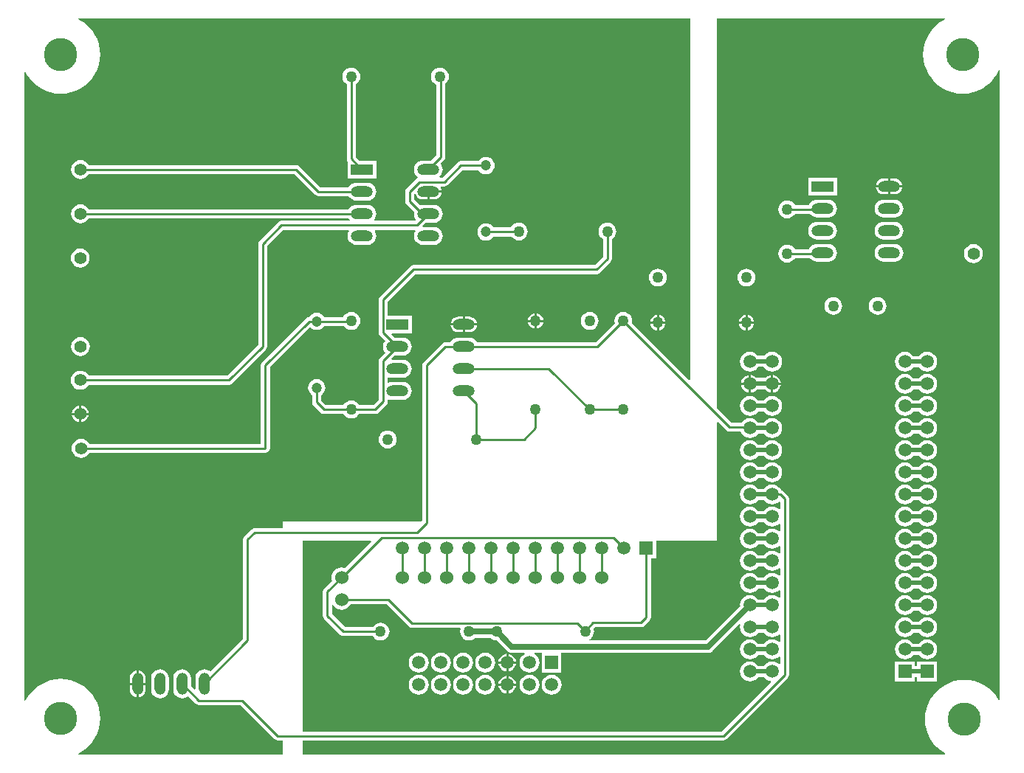
<source format=gtl>
G04*
G04 #@! TF.GenerationSoftware,Altium Limited,Altium Designer,18.0.9 (584)*
G04*
G04 Layer_Physical_Order=1*
G04 Layer_Color=255*
%FSLAX25Y25*%
%MOIN*%
G70*
G01*
G75*
%ADD10C,0.01000*%
%ADD12C,0.02000*%
%ADD26C,0.02500*%
%ADD27C,0.05000*%
%ADD28C,0.05906*%
%ADD29R,0.05906X0.05906*%
%ADD30C,0.06000*%
%ADD31R,0.05906X0.05906*%
%ADD32C,0.15000*%
%ADD33R,0.10000X0.05000*%
%ADD34O,0.10000X0.05000*%
%ADD35C,0.04724*%
%ADD36C,0.05500*%
%ADD37O,0.05000X0.10000*%
G36*
X305758Y174579D02*
X305296Y174388D01*
X279501Y200183D01*
X279634Y201200D01*
X279497Y202244D01*
X279094Y203217D01*
X278453Y204053D01*
X277617Y204694D01*
X276644Y205097D01*
X275600Y205235D01*
X274556Y205097D01*
X273583Y204694D01*
X272747Y204053D01*
X272106Y203217D01*
X271703Y202244D01*
X271566Y201200D01*
X271699Y200183D01*
X263155Y191639D01*
X209577D01*
X208953Y192453D01*
X208117Y193094D01*
X207144Y193497D01*
X206100Y193634D01*
X201100D01*
X200056Y193497D01*
X199083Y193094D01*
X198247Y192453D01*
X197623Y191639D01*
X195200D01*
X194420Y191484D01*
X193758Y191042D01*
X185358Y182642D01*
X184916Y181980D01*
X184761Y181200D01*
Y110845D01*
X184316Y110400D01*
X122000D01*
Y107639D01*
X109200D01*
X109200Y107639D01*
X108420Y107484D01*
X107758Y107042D01*
X104558Y103842D01*
X104116Y103180D01*
X103961Y102400D01*
Y57645D01*
X89036Y42720D01*
X88417Y43194D01*
X87444Y43597D01*
X86400Y43734D01*
X85356Y43597D01*
X84383Y43194D01*
X83547Y42553D01*
X82906Y41717D01*
X82503Y40744D01*
X82366Y39700D01*
Y34826D01*
X81923Y34561D01*
X80435Y36049D01*
Y39700D01*
X80297Y40744D01*
X79894Y41717D01*
X79253Y42553D01*
X78417Y43194D01*
X77444Y43597D01*
X76400Y43734D01*
X75356Y43597D01*
X74383Y43194D01*
X73547Y42553D01*
X72906Y41717D01*
X72503Y40744D01*
X72365Y39700D01*
Y34700D01*
X72503Y33656D01*
X72906Y32683D01*
X73547Y31847D01*
X74383Y31206D01*
X75356Y30803D01*
X76400Y30665D01*
X77444Y30803D01*
X78417Y31206D01*
X79036Y31681D01*
X82558Y28158D01*
X83220Y27716D01*
X84000Y27561D01*
X102755D01*
X118158Y12158D01*
X118820Y11716D01*
X119600Y11561D01*
X122000D01*
Y5200D01*
X29573D01*
X29459Y5687D01*
X30493Y6197D01*
X32427Y7489D01*
X34177Y9023D01*
X35711Y10773D01*
X37003Y12707D01*
X38032Y14794D01*
X38780Y16997D01*
X39234Y19278D01*
X39386Y21600D01*
X39234Y23922D01*
X38780Y26203D01*
X38032Y28407D01*
X37003Y30493D01*
X35711Y32427D01*
X34177Y34177D01*
X32427Y35711D01*
X30493Y37003D01*
X28407Y38032D01*
X26203Y38780D01*
X23922Y39234D01*
X21600Y39386D01*
X19278Y39234D01*
X16997Y38780D01*
X14794Y38032D01*
X12707Y37003D01*
X10773Y35711D01*
X9023Y34177D01*
X7489Y32427D01*
X6197Y30493D01*
X5687Y29459D01*
X5200Y29573D01*
Y313627D01*
X5687Y313741D01*
X6197Y312707D01*
X7489Y310772D01*
X9023Y309023D01*
X10773Y307489D01*
X12707Y306197D01*
X14794Y305168D01*
X16997Y304420D01*
X19278Y303966D01*
X21600Y303814D01*
X23922Y303966D01*
X26203Y304420D01*
X28407Y305168D01*
X30493Y306197D01*
X32427Y307489D01*
X34177Y309023D01*
X35711Y310772D01*
X37003Y312707D01*
X38032Y314794D01*
X38780Y316997D01*
X39234Y319279D01*
X39386Y321600D01*
X39234Y323921D01*
X38780Y326203D01*
X38032Y328406D01*
X37003Y330493D01*
X35711Y332428D01*
X34177Y334177D01*
X32427Y335711D01*
X30493Y337003D01*
X29459Y337513D01*
X29573Y338000D01*
X305758D01*
Y174579D01*
D02*
G37*
G36*
X420827Y338000D02*
X420941Y337513D01*
X419907Y337003D01*
X417973Y335711D01*
X416223Y334177D01*
X414689Y332428D01*
X413397Y330493D01*
X412368Y328406D01*
X411620Y326203D01*
X411166Y323921D01*
X411014Y321600D01*
X411166Y319279D01*
X411620Y316997D01*
X412368Y314794D01*
X413397Y312707D01*
X414689Y310772D01*
X416223Y309023D01*
X417973Y307489D01*
X419907Y306197D01*
X421993Y305168D01*
X424197Y304420D01*
X426478Y303966D01*
X428800Y303814D01*
X431122Y303966D01*
X433403Y304420D01*
X435606Y305168D01*
X437693Y306197D01*
X439628Y307489D01*
X441377Y309023D01*
X442911Y310772D01*
X444203Y312707D01*
X445100Y314525D01*
X445600Y314409D01*
Y29984D01*
X445113Y29870D01*
X445003Y30093D01*
X443711Y32028D01*
X442177Y33777D01*
X440427Y35311D01*
X438493Y36603D01*
X436407Y37632D01*
X434203Y38380D01*
X431922Y38834D01*
X429600Y38986D01*
X427278Y38834D01*
X424997Y38380D01*
X422793Y37632D01*
X420707Y36603D01*
X418773Y35311D01*
X417023Y33777D01*
X415489Y32028D01*
X414197Y30093D01*
X413168Y28007D01*
X412420Y25803D01*
X411966Y23521D01*
X411814Y21200D01*
X411966Y18879D01*
X412420Y16597D01*
X413168Y14393D01*
X414197Y12307D01*
X415489Y10373D01*
X417023Y8623D01*
X418773Y7089D01*
X420707Y5797D01*
X420930Y5687D01*
X420816Y5200D01*
X130800Y5200D01*
Y11561D01*
X320800Y11561D01*
X321580Y11716D01*
X322242Y12158D01*
X349842Y39758D01*
X349842Y39758D01*
X350284Y40420D01*
X350439Y41200D01*
Y120800D01*
X350284Y121580D01*
X349842Y122242D01*
X347842Y124242D01*
X347180Y124684D01*
X346809Y124758D01*
X346690Y125046D01*
X345976Y125976D01*
X345046Y126690D01*
X343962Y127138D01*
X342800Y127291D01*
X341638Y127138D01*
X340554Y126690D01*
X339624Y125976D01*
X339143Y125349D01*
X336457D01*
X335976Y125976D01*
X335046Y126690D01*
X333962Y127138D01*
X332800Y127291D01*
X331638Y127138D01*
X330554Y126690D01*
X329624Y125976D01*
X328910Y125046D01*
X328462Y123962D01*
X328309Y122800D01*
X328462Y121638D01*
X328910Y120554D01*
X329624Y119624D01*
X330554Y118911D01*
X331638Y118462D01*
X332800Y118309D01*
X333962Y118462D01*
X335046Y118911D01*
X335976Y119624D01*
X336457Y120251D01*
X339143D01*
X339624Y119624D01*
X340554Y118911D01*
X341638Y118462D01*
X342800Y118309D01*
X343962Y118462D01*
X345046Y118911D01*
X345861Y119536D01*
X346246Y119406D01*
X346361Y119313D01*
Y116233D01*
X345861Y116064D01*
X345046Y116690D01*
X343962Y117138D01*
X342800Y117291D01*
X341638Y117138D01*
X340554Y116690D01*
X339624Y115976D01*
X339143Y115349D01*
X336457D01*
X335976Y115976D01*
X335046Y116690D01*
X333962Y117138D01*
X332800Y117291D01*
X331638Y117138D01*
X330554Y116690D01*
X329624Y115976D01*
X328910Y115046D01*
X328462Y113962D01*
X328309Y112800D01*
X328462Y111638D01*
X328910Y110554D01*
X329624Y109624D01*
X330554Y108911D01*
X331638Y108462D01*
X332800Y108309D01*
X333962Y108462D01*
X335046Y108911D01*
X335976Y109624D01*
X336457Y110251D01*
X339143D01*
X339624Y109624D01*
X340554Y108911D01*
X341638Y108462D01*
X342800Y108309D01*
X343962Y108462D01*
X345046Y108911D01*
X345861Y109536D01*
X346361Y109367D01*
Y106233D01*
X345861Y106064D01*
X345046Y106690D01*
X343962Y107138D01*
X342800Y107291D01*
X341638Y107138D01*
X340554Y106690D01*
X339624Y105976D01*
X339143Y105349D01*
X336457D01*
X335976Y105976D01*
X335046Y106690D01*
X333962Y107138D01*
X332800Y107291D01*
X331638Y107138D01*
X330554Y106690D01*
X329624Y105976D01*
X328910Y105046D01*
X328462Y103962D01*
X328309Y102800D01*
X328462Y101638D01*
X328910Y100554D01*
X329624Y99624D01*
X330554Y98910D01*
X331638Y98462D01*
X332800Y98309D01*
X333962Y98462D01*
X335046Y98910D01*
X335976Y99624D01*
X336457Y100251D01*
X339143D01*
X339624Y99624D01*
X340554Y98910D01*
X341638Y98462D01*
X342800Y98309D01*
X343962Y98462D01*
X345046Y98910D01*
X345861Y99536D01*
X346361Y99367D01*
Y96233D01*
X345861Y96064D01*
X345046Y96689D01*
X343962Y97138D01*
X342800Y97291D01*
X341638Y97138D01*
X340554Y96689D01*
X339624Y95976D01*
X339143Y95349D01*
X336457D01*
X335976Y95976D01*
X335046Y96689D01*
X333962Y97138D01*
X332800Y97291D01*
X331638Y97138D01*
X330554Y96689D01*
X329624Y95976D01*
X328910Y95046D01*
X328462Y93962D01*
X328309Y92800D01*
X328462Y91638D01*
X328910Y90554D01*
X329624Y89624D01*
X330554Y88911D01*
X331638Y88462D01*
X332800Y88309D01*
X333962Y88462D01*
X335046Y88911D01*
X335976Y89624D01*
X336457Y90251D01*
X339143D01*
X339624Y89624D01*
X340554Y88911D01*
X341638Y88462D01*
X342800Y88309D01*
X343962Y88462D01*
X345046Y88911D01*
X345861Y89536D01*
X346361Y89367D01*
Y86233D01*
X345861Y86064D01*
X345046Y86690D01*
X343962Y87138D01*
X342800Y87291D01*
X341638Y87138D01*
X340554Y86690D01*
X339624Y85976D01*
X339143Y85349D01*
X336457D01*
X335976Y85976D01*
X335046Y86690D01*
X333962Y87138D01*
X332800Y87291D01*
X331638Y87138D01*
X330554Y86690D01*
X329624Y85976D01*
X328910Y85046D01*
X328462Y83962D01*
X328309Y82800D01*
X328462Y81638D01*
X328910Y80554D01*
X329624Y79624D01*
X330554Y78910D01*
X331638Y78462D01*
X332800Y78309D01*
X333962Y78462D01*
X335046Y78910D01*
X335976Y79624D01*
X336457Y80251D01*
X339143D01*
X339624Y79624D01*
X340554Y78910D01*
X341638Y78462D01*
X342800Y78309D01*
X343962Y78462D01*
X345046Y78910D01*
X345861Y79536D01*
X346361Y79367D01*
Y76233D01*
X345861Y76064D01*
X345046Y76689D01*
X343962Y77138D01*
X342800Y77291D01*
X341638Y77138D01*
X340554Y76689D01*
X339624Y75976D01*
X339143Y75349D01*
X336457D01*
X335976Y75976D01*
X335046Y76689D01*
X333962Y77138D01*
X332800Y77291D01*
X331638Y77138D01*
X330554Y76689D01*
X329624Y75976D01*
X328910Y75046D01*
X328462Y73962D01*
X328309Y72800D01*
X328375Y72298D01*
X312851Y56774D01*
X260439D01*
X260339Y57274D01*
X260417Y57306D01*
X261253Y57947D01*
X261894Y58783D01*
X262297Y59756D01*
X262435Y60800D01*
X262297Y61844D01*
X262189Y62105D01*
X262845Y62761D01*
X283600D01*
X284380Y62916D01*
X285042Y63358D01*
X287442Y65758D01*
X287884Y66420D01*
X288039Y67200D01*
Y93947D01*
X290453D01*
Y102000D01*
X318000D01*
X318000Y155263D01*
X318462Y155454D01*
X322158Y151758D01*
X322820Y151316D01*
X323600Y151161D01*
X328659D01*
X328910Y150554D01*
X329624Y149624D01*
X330554Y148910D01*
X331638Y148462D01*
X332800Y148309D01*
X333962Y148462D01*
X335046Y148910D01*
X335976Y149624D01*
X336457Y150251D01*
X339143D01*
X339624Y149624D01*
X340554Y148910D01*
X341638Y148462D01*
X342800Y148309D01*
X343962Y148462D01*
X345046Y148910D01*
X345976Y149624D01*
X346690Y150554D01*
X347138Y151638D01*
X347291Y152800D01*
X347138Y153962D01*
X346690Y155046D01*
X345976Y155976D01*
X345046Y156690D01*
X343962Y157138D01*
X342800Y157291D01*
X341638Y157138D01*
X340554Y156690D01*
X339624Y155976D01*
X339143Y155349D01*
X336457D01*
X335976Y155976D01*
X335046Y156690D01*
X333962Y157138D01*
X332800Y157291D01*
X331638Y157138D01*
X330554Y156690D01*
X329624Y155976D01*
X329059Y155239D01*
X324445D01*
X318000Y161684D01*
X318000Y338000D01*
X420827Y338000D01*
D02*
G37*
G36*
X161854Y101538D02*
X149805Y89489D01*
X149575Y89584D01*
X148400Y89739D01*
X147225Y89584D01*
X146131Y89131D01*
X145191Y88409D01*
X144469Y87469D01*
X144016Y86375D01*
X143861Y85200D01*
X144016Y84025D01*
X144111Y83795D01*
X140558Y80242D01*
X140116Y79580D01*
X139961Y78800D01*
Y68000D01*
X140116Y67220D01*
X140558Y66558D01*
X147758Y59358D01*
X148420Y58916D01*
X149200Y58761D01*
X162523D01*
X163147Y57947D01*
X163983Y57306D01*
X164956Y56903D01*
X166000Y56766D01*
X167044Y56903D01*
X168017Y57306D01*
X168853Y57947D01*
X169494Y58783D01*
X169897Y59756D01*
X170035Y60800D01*
X169897Y61844D01*
X169494Y62817D01*
X168853Y63653D01*
X168017Y64294D01*
X167044Y64697D01*
X166000Y64834D01*
X164956Y64697D01*
X163983Y64294D01*
X163147Y63653D01*
X162523Y62839D01*
X150045D01*
X144039Y68845D01*
Y72751D01*
X144539Y72839D01*
X145191Y71991D01*
X146131Y71269D01*
X147225Y70816D01*
X148400Y70661D01*
X149575Y70816D01*
X150669Y71269D01*
X151609Y71991D01*
X152331Y72931D01*
X152426Y73161D01*
X168755D01*
X178858Y63058D01*
X178858Y63058D01*
X179520Y62616D01*
X180300Y62461D01*
X180300Y62461D01*
X201908D01*
X202186Y62045D01*
X202103Y61844D01*
X201965Y60800D01*
X202103Y59756D01*
X202506Y58783D01*
X203147Y57947D01*
X203983Y57306D01*
X204956Y56903D01*
X206000Y56766D01*
X207044Y56903D01*
X208017Y57306D01*
X208853Y57947D01*
X208913Y58026D01*
X215487D01*
X215547Y57947D01*
X216383Y57306D01*
X217356Y56903D01*
X218400Y56766D01*
X218499Y56779D01*
X223239Y52039D01*
X223813Y51598D01*
X224482Y51321D01*
X225200Y51226D01*
X230944D01*
X231043Y50726D01*
X230954Y50690D01*
X230024Y49976D01*
X229310Y49046D01*
X228862Y47962D01*
X228709Y46800D01*
X228862Y45638D01*
X229310Y44554D01*
X230024Y43624D01*
X230954Y42911D01*
X232038Y42462D01*
X233200Y42309D01*
X234362Y42462D01*
X235446Y42911D01*
X236376Y43624D01*
X237089Y44554D01*
X237538Y45638D01*
X237691Y46800D01*
X237538Y47962D01*
X237089Y49046D01*
X236376Y49976D01*
X235446Y50690D01*
X235357Y50726D01*
X235456Y51226D01*
X238747D01*
Y42347D01*
X247653D01*
Y51226D01*
X314000D01*
X314718Y51321D01*
X315387Y51598D01*
X315961Y52039D01*
X327988Y64065D01*
X328442Y63812D01*
X328309Y62800D01*
X328462Y61638D01*
X328910Y60554D01*
X329624Y59624D01*
X330554Y58911D01*
X331638Y58462D01*
X332800Y58309D01*
X333962Y58462D01*
X335046Y58911D01*
X335976Y59624D01*
X336457Y60251D01*
X339143D01*
X339624Y59624D01*
X340554Y58911D01*
X341638Y58462D01*
X342800Y58309D01*
X343962Y58462D01*
X345046Y58911D01*
X345861Y59536D01*
X346361Y59367D01*
Y56233D01*
X345861Y56064D01*
X345046Y56690D01*
X343962Y57138D01*
X342800Y57291D01*
X341638Y57138D01*
X340554Y56690D01*
X339624Y55976D01*
X339143Y55349D01*
X336457D01*
X335976Y55976D01*
X335046Y56690D01*
X333962Y57138D01*
X332800Y57291D01*
X331638Y57138D01*
X330554Y56690D01*
X329624Y55976D01*
X328910Y55046D01*
X328462Y53962D01*
X328309Y52800D01*
X328462Y51638D01*
X328910Y50554D01*
X329624Y49624D01*
X330554Y48910D01*
X331638Y48462D01*
X332800Y48309D01*
X333962Y48462D01*
X335046Y48910D01*
X335976Y49624D01*
X336457Y50251D01*
X339143D01*
X339624Y49624D01*
X340554Y48910D01*
X341638Y48462D01*
X342800Y48309D01*
X343962Y48462D01*
X345046Y48910D01*
X345861Y49536D01*
X346361Y49367D01*
Y46233D01*
X345861Y46064D01*
X345046Y46690D01*
X343962Y47138D01*
X342800Y47291D01*
X341638Y47138D01*
X340554Y46690D01*
X339624Y45976D01*
X339143Y45349D01*
X336457D01*
X335976Y45976D01*
X335046Y46690D01*
X333962Y47138D01*
X332800Y47291D01*
X331638Y47138D01*
X330554Y46690D01*
X329624Y45976D01*
X328910Y45046D01*
X328462Y43962D01*
X328309Y42800D01*
X328462Y41638D01*
X328910Y40554D01*
X329624Y39624D01*
X330554Y38910D01*
X331638Y38462D01*
X332800Y38309D01*
X333962Y38462D01*
X335046Y38910D01*
X335976Y39624D01*
X336457Y40251D01*
X339143D01*
X339624Y39624D01*
X340554Y38910D01*
X341638Y38462D01*
X342085Y38403D01*
X342246Y37929D01*
X319955Y15639D01*
X130800Y15639D01*
Y102000D01*
X161663D01*
X161854Y101538D01*
D02*
G37*
%LPC*%
G36*
X192800Y315634D02*
X191756Y315497D01*
X190783Y315094D01*
X189947Y314453D01*
X189306Y313617D01*
X188903Y312644D01*
X188766Y311600D01*
X188903Y310556D01*
X189306Y309583D01*
X189947Y308747D01*
X190783Y308106D01*
X191161Y307949D01*
Y276045D01*
X188751Y273635D01*
X185100D01*
X184056Y273497D01*
X183083Y273094D01*
X182247Y272453D01*
X181606Y271617D01*
X181203Y270644D01*
X181065Y269600D01*
X181203Y268556D01*
X181606Y267583D01*
X182247Y266747D01*
X182731Y266376D01*
X182754Y266247D01*
X182676Y265788D01*
X182158Y265442D01*
X177758Y261042D01*
X177316Y260380D01*
X177161Y259600D01*
Y255200D01*
X177316Y254420D01*
X177758Y253758D01*
X181164Y250352D01*
X181065Y249600D01*
X181203Y248556D01*
X181606Y247583D01*
X182080Y246964D01*
X181555Y246439D01*
X163343D01*
X163100Y246939D01*
X163594Y247583D01*
X163997Y248556D01*
X164135Y249600D01*
X163997Y250644D01*
X163594Y251617D01*
X162953Y252453D01*
X162117Y253094D01*
X161144Y253497D01*
X160100Y253635D01*
X155100D01*
X154056Y253497D01*
X153083Y253094D01*
X152247Y252453D01*
X151623Y251639D01*
X112927D01*
X112768Y251671D01*
X34282D01*
X34238Y251775D01*
X33557Y252663D01*
X32669Y253344D01*
X31635Y253772D01*
X30526Y253918D01*
X29416Y253772D01*
X28383Y253344D01*
X27495Y252663D01*
X26814Y251775D01*
X26385Y250741D01*
X26239Y249632D01*
X26385Y248522D01*
X26814Y247488D01*
X27495Y246600D01*
X28383Y245919D01*
X29416Y245491D01*
X30526Y245345D01*
X31635Y245491D01*
X32669Y245919D01*
X33557Y246600D01*
X34238Y247488D01*
X34282Y247592D01*
X111042D01*
X111200Y247561D01*
X151623D01*
X152100Y246939D01*
X151857Y246439D01*
X121200D01*
X120420Y246284D01*
X119758Y245842D01*
X111358Y237442D01*
X110916Y236780D01*
X110761Y236000D01*
Y190445D01*
X96755Y176439D01*
X34155D01*
X34112Y176543D01*
X33431Y177431D01*
X32543Y178112D01*
X31510Y178541D01*
X30400Y178687D01*
X29291Y178541D01*
X28257Y178112D01*
X27369Y177431D01*
X26688Y176543D01*
X26259Y175510D01*
X26113Y174400D01*
X26259Y173291D01*
X26688Y172257D01*
X27369Y171369D01*
X28257Y170688D01*
X29291Y170259D01*
X30400Y170113D01*
X31510Y170259D01*
X32543Y170688D01*
X33431Y171369D01*
X34112Y172257D01*
X34155Y172361D01*
X97600D01*
X98380Y172516D01*
X99042Y172958D01*
X114242Y188158D01*
X114684Y188820D01*
X114839Y189600D01*
X114839Y189600D01*
Y235155D01*
X122045Y242361D01*
X151611D01*
X151832Y241912D01*
X151606Y241617D01*
X151203Y240644D01*
X151066Y239600D01*
X151203Y238556D01*
X151606Y237583D01*
X152247Y236747D01*
X153083Y236106D01*
X154056Y235703D01*
X155100Y235565D01*
X160100D01*
X161144Y235703D01*
X162117Y236106D01*
X162953Y236747D01*
X163594Y237583D01*
X163997Y238556D01*
X164135Y239600D01*
X163997Y240644D01*
X163594Y241617D01*
X163368Y241912D01*
X163589Y242361D01*
X181611D01*
X181832Y241912D01*
X181606Y241617D01*
X181203Y240644D01*
X181065Y239600D01*
X181203Y238556D01*
X181606Y237583D01*
X182247Y236747D01*
X183083Y236106D01*
X184056Y235703D01*
X185100Y235565D01*
X190100D01*
X191144Y235703D01*
X192117Y236106D01*
X192953Y236747D01*
X193594Y237583D01*
X193997Y238556D01*
X194134Y239600D01*
X193997Y240644D01*
X193594Y241617D01*
X192953Y242453D01*
X192117Y243094D01*
X191144Y243497D01*
X190100Y243635D01*
X185225D01*
X184961Y244077D01*
X186449Y245566D01*
X190100D01*
X191144Y245703D01*
X192117Y246106D01*
X192953Y246747D01*
X193594Y247583D01*
X193997Y248556D01*
X194134Y249600D01*
X193997Y250644D01*
X193594Y251617D01*
X192953Y252453D01*
X192117Y253094D01*
X191144Y253497D01*
X190100Y253635D01*
X185100D01*
X184056Y253497D01*
X183866Y253418D01*
X181239Y256045D01*
Y258468D01*
X181720Y258564D01*
X181745Y258554D01*
X182043Y257835D01*
X182604Y257104D01*
X183335Y256543D01*
X184186Y256190D01*
X185100Y256070D01*
X187100D01*
Y259600D01*
X187600D01*
Y260100D01*
X193564D01*
X193510Y260514D01*
X193157Y261365D01*
X193044Y261512D01*
X193265Y261961D01*
X194800D01*
X195580Y262116D01*
X196242Y262558D01*
X203045Y269361D01*
X210297D01*
X210845Y268645D01*
X211652Y268026D01*
X212592Y267637D01*
X213600Y267505D01*
X214608Y267637D01*
X215548Y268026D01*
X216355Y268645D01*
X216974Y269452D01*
X217363Y270392D01*
X217495Y271400D01*
X217363Y272408D01*
X216974Y273348D01*
X216355Y274155D01*
X215548Y274774D01*
X214608Y275163D01*
X213600Y275295D01*
X212592Y275163D01*
X211652Y274774D01*
X210845Y274155D01*
X210297Y273439D01*
X202200D01*
X201420Y273284D01*
X200758Y272842D01*
X193955Y266039D01*
X192851D01*
X192682Y266539D01*
X192953Y266747D01*
X193594Y267583D01*
X193997Y268556D01*
X194134Y269600D01*
X193997Y270644D01*
X193594Y271617D01*
X193120Y272236D01*
X194642Y273758D01*
X195084Y274420D01*
X195239Y275200D01*
X195239Y275200D01*
Y308430D01*
X195653Y308747D01*
X196294Y309583D01*
X196697Y310556D01*
X196835Y311600D01*
X196697Y312644D01*
X196294Y313617D01*
X195653Y314453D01*
X194817Y315094D01*
X193844Y315497D01*
X192800Y315634D01*
D02*
G37*
G36*
X152800D02*
X151756Y315497D01*
X150783Y315094D01*
X149947Y314453D01*
X149306Y313617D01*
X148903Y312644D01*
X148766Y311600D01*
X148903Y310556D01*
X149306Y309583D01*
X149947Y308747D01*
X150761Y308123D01*
Y274400D01*
X150916Y273620D01*
X151100Y273344D01*
Y265600D01*
X164100D01*
Y273600D01*
X156484D01*
X154839Y275245D01*
Y308123D01*
X155653Y308747D01*
X156294Y309583D01*
X156697Y310556D01*
X156834Y311600D01*
X156697Y312644D01*
X156294Y313617D01*
X155653Y314453D01*
X154817Y315094D01*
X153844Y315497D01*
X152800Y315634D01*
D02*
G37*
G36*
X193564Y259100D02*
X188100D01*
Y256070D01*
X190100D01*
X191014Y256190D01*
X191865Y256543D01*
X192596Y257104D01*
X193157Y257835D01*
X193510Y258686D01*
X193564Y259100D01*
D02*
G37*
G36*
X30526Y273918D02*
X29416Y273772D01*
X28383Y273344D01*
X27495Y272663D01*
X26814Y271775D01*
X26385Y270741D01*
X26239Y269632D01*
X26385Y268522D01*
X26814Y267488D01*
X27495Y266600D01*
X28383Y265919D01*
X29416Y265491D01*
X30526Y265345D01*
X31635Y265491D01*
X32669Y265919D01*
X33557Y266600D01*
X34238Y267488D01*
X34282Y267592D01*
X118242D01*
X118400Y267561D01*
X127155D01*
X136558Y258158D01*
X136558Y258158D01*
X137220Y257716D01*
X138000Y257561D01*
X138000Y257561D01*
X151623D01*
X152247Y256747D01*
X153083Y256106D01*
X154056Y255703D01*
X155100Y255566D01*
X160100D01*
X161144Y255703D01*
X162117Y256106D01*
X162953Y256747D01*
X163594Y257583D01*
X163997Y258556D01*
X164135Y259600D01*
X163997Y260644D01*
X163594Y261617D01*
X162953Y262453D01*
X162117Y263094D01*
X161144Y263497D01*
X160100Y263634D01*
X155100D01*
X154056Y263497D01*
X153083Y263094D01*
X152247Y262453D01*
X151623Y261639D01*
X138845D01*
X129442Y271042D01*
X128780Y271484D01*
X128000Y271639D01*
X118927D01*
X118769Y271671D01*
X34282D01*
X34238Y271775D01*
X33557Y272663D01*
X32669Y273344D01*
X31635Y273772D01*
X30526Y273918D01*
D02*
G37*
G36*
X228400Y245635D02*
X227356Y245497D01*
X226383Y245094D01*
X225547Y244453D01*
X224906Y243617D01*
X224832Y243439D01*
X216903D01*
X216355Y244155D01*
X215548Y244774D01*
X214608Y245163D01*
X213600Y245296D01*
X212592Y245163D01*
X211652Y244774D01*
X210845Y244155D01*
X210226Y243348D01*
X209837Y242408D01*
X209704Y241400D01*
X209837Y240392D01*
X210226Y239452D01*
X210845Y238645D01*
X211652Y238026D01*
X212592Y237637D01*
X213600Y237505D01*
X214608Y237637D01*
X215548Y238026D01*
X216355Y238645D01*
X216903Y239361D01*
X225076D01*
X225547Y238747D01*
X226383Y238106D01*
X227356Y237703D01*
X228400Y237565D01*
X229444Y237703D01*
X230417Y238106D01*
X231253Y238747D01*
X231894Y239583D01*
X232297Y240556D01*
X232435Y241600D01*
X232297Y242644D01*
X231894Y243617D01*
X231253Y244453D01*
X230417Y245094D01*
X229444Y245497D01*
X228400Y245635D01*
D02*
G37*
G36*
X30400Y233887D02*
X29291Y233741D01*
X28257Y233312D01*
X27369Y232631D01*
X26688Y231743D01*
X26259Y230710D01*
X26113Y229600D01*
X26259Y228490D01*
X26688Y227457D01*
X27369Y226569D01*
X28257Y225888D01*
X29291Y225459D01*
X30400Y225313D01*
X31510Y225459D01*
X32543Y225888D01*
X33431Y226569D01*
X34112Y227457D01*
X34541Y228490D01*
X34687Y229600D01*
X34541Y230710D01*
X34112Y231743D01*
X33431Y232631D01*
X32543Y233312D01*
X31510Y233741D01*
X30400Y233887D01*
D02*
G37*
G36*
X291200Y224834D02*
X290156Y224697D01*
X289183Y224294D01*
X288347Y223653D01*
X287706Y222817D01*
X287303Y221844D01*
X287165Y220800D01*
X287303Y219756D01*
X287706Y218783D01*
X288347Y217947D01*
X289183Y217306D01*
X290156Y216903D01*
X291200Y216765D01*
X292244Y216903D01*
X293217Y217306D01*
X294053Y217947D01*
X294694Y218783D01*
X295097Y219756D01*
X295234Y220800D01*
X295097Y221844D01*
X294694Y222817D01*
X294053Y223653D01*
X293217Y224294D01*
X292244Y224697D01*
X291200Y224834D01*
D02*
G37*
G36*
X152800Y205235D02*
X151756Y205097D01*
X150783Y204694D01*
X149947Y204053D01*
X149306Y203217D01*
X149232Y203039D01*
X140504D01*
X139955Y203755D01*
X139148Y204374D01*
X138208Y204763D01*
X137200Y204895D01*
X136192Y204763D01*
X135252Y204374D01*
X134445Y203755D01*
X133897Y203039D01*
X133800D01*
X133020Y202884D01*
X132358Y202442D01*
X112558Y182642D01*
X112116Y181980D01*
X111961Y181200D01*
Y145639D01*
X34556D01*
X34512Y145743D01*
X33831Y146631D01*
X32943Y147312D01*
X31909Y147741D01*
X30800Y147887D01*
X29691Y147741D01*
X28657Y147312D01*
X27769Y146631D01*
X27088Y145743D01*
X26659Y144710D01*
X26513Y143600D01*
X26659Y142490D01*
X27088Y141457D01*
X27769Y140569D01*
X28657Y139888D01*
X29691Y139459D01*
X30800Y139313D01*
X31909Y139459D01*
X32943Y139888D01*
X33831Y140569D01*
X34512Y141457D01*
X34556Y141561D01*
X114000D01*
X114780Y141716D01*
X115442Y142158D01*
X115884Y142820D01*
X116039Y143600D01*
Y180355D01*
X133961Y198277D01*
X134446Y198245D01*
X135252Y197626D01*
X136192Y197237D01*
X137200Y197105D01*
X138208Y197237D01*
X139148Y197626D01*
X139955Y198245D01*
X140504Y198961D01*
X149476D01*
X149947Y198347D01*
X150783Y197706D01*
X151756Y197303D01*
X152800Y197166D01*
X153844Y197303D01*
X154817Y197706D01*
X155653Y198347D01*
X156294Y199183D01*
X156697Y200156D01*
X156834Y201200D01*
X156697Y202244D01*
X156294Y203217D01*
X155653Y204053D01*
X154817Y204694D01*
X153844Y205097D01*
X152800Y205235D01*
D02*
G37*
G36*
X236500Y204664D02*
Y201700D01*
X239464D01*
X239410Y202114D01*
X239057Y202965D01*
X238496Y203696D01*
X237765Y204257D01*
X236914Y204610D01*
X236500Y204664D01*
D02*
G37*
G36*
X235500Y204664D02*
X235086Y204610D01*
X234235Y204257D01*
X233504Y203696D01*
X232943Y202965D01*
X232590Y202114D01*
X232536Y201700D01*
X235500D01*
Y204664D01*
D02*
G37*
G36*
X291700Y203864D02*
Y200900D01*
X294664D01*
X294610Y201314D01*
X294257Y202165D01*
X293696Y202896D01*
X292965Y203457D01*
X292114Y203810D01*
X291700Y203864D01*
D02*
G37*
G36*
X290700D02*
X290286Y203810D01*
X289435Y203457D01*
X288704Y202896D01*
X288143Y202165D01*
X287790Y201314D01*
X287736Y200900D01*
X290700D01*
Y203864D01*
D02*
G37*
G36*
X206100Y203130D02*
X204100D01*
Y200100D01*
X209564D01*
X209510Y200514D01*
X209157Y201365D01*
X208596Y202096D01*
X207865Y202657D01*
X207014Y203010D01*
X206100Y203130D01*
D02*
G37*
G36*
X203100D02*
X201100D01*
X200186Y203010D01*
X199335Y202657D01*
X198604Y202096D01*
X198043Y201365D01*
X197690Y200514D01*
X197636Y200100D01*
X203100D01*
Y203130D01*
D02*
G37*
G36*
X235500Y200700D02*
X232536D01*
X232590Y200286D01*
X232943Y199435D01*
X233504Y198704D01*
X234235Y198143D01*
X235086Y197790D01*
X235500Y197736D01*
Y200700D01*
D02*
G37*
G36*
X239464D02*
X236500D01*
Y197736D01*
X236914Y197790D01*
X237765Y198143D01*
X238496Y198704D01*
X239057Y199435D01*
X239410Y200286D01*
X239464Y200700D01*
D02*
G37*
G36*
X260400Y205235D02*
X259356Y205097D01*
X258383Y204694D01*
X257547Y204053D01*
X256906Y203217D01*
X256503Y202244D01*
X256365Y201200D01*
X256503Y200156D01*
X256906Y199183D01*
X257547Y198347D01*
X258383Y197706D01*
X259356Y197303D01*
X260400Y197166D01*
X261444Y197303D01*
X262417Y197706D01*
X263253Y198347D01*
X263894Y199183D01*
X264297Y200156D01*
X264435Y201200D01*
X264297Y202244D01*
X263894Y203217D01*
X263253Y204053D01*
X262417Y204694D01*
X261444Y205097D01*
X260400Y205235D01*
D02*
G37*
G36*
X294664Y199900D02*
X291700D01*
Y196936D01*
X292114Y196990D01*
X292965Y197343D01*
X293696Y197904D01*
X294257Y198635D01*
X294610Y199486D01*
X294664Y199900D01*
D02*
G37*
G36*
X290700D02*
X287736D01*
X287790Y199486D01*
X288143Y198635D01*
X288704Y197904D01*
X289435Y197343D01*
X290286Y196990D01*
X290700Y196936D01*
Y199900D01*
D02*
G37*
G36*
X209564Y199100D02*
X204100D01*
Y196070D01*
X206100D01*
X207014Y196190D01*
X207865Y196543D01*
X208596Y197104D01*
X209157Y197835D01*
X209510Y198686D01*
X209564Y199100D01*
D02*
G37*
G36*
X203100D02*
X197636D01*
X197690Y198686D01*
X198043Y197835D01*
X198604Y197104D01*
X199335Y196543D01*
X200186Y196190D01*
X201100Y196070D01*
X203100D01*
Y199100D01*
D02*
G37*
G36*
X30526Y193918D02*
X29416Y193772D01*
X28383Y193344D01*
X27495Y192663D01*
X26814Y191775D01*
X26385Y190741D01*
X26239Y189631D01*
X26385Y188522D01*
X26814Y187488D01*
X27495Y186600D01*
X28383Y185919D01*
X29416Y185491D01*
X30526Y185345D01*
X31635Y185491D01*
X32669Y185919D01*
X33557Y186600D01*
X34238Y187488D01*
X34667Y188522D01*
X34813Y189631D01*
X34667Y190741D01*
X34238Y191775D01*
X33557Y192663D01*
X32669Y193344D01*
X31635Y193772D01*
X30526Y193918D01*
D02*
G37*
G36*
X268400Y245635D02*
X267356Y245497D01*
X266383Y245094D01*
X265547Y244453D01*
X264906Y243617D01*
X264503Y242644D01*
X264366Y241600D01*
X264503Y240556D01*
X264906Y239583D01*
X265547Y238747D01*
X266361Y238123D01*
Y230045D01*
X262755Y226439D01*
X180800D01*
X180020Y226284D01*
X179358Y225842D01*
X179358Y225842D01*
X165758Y212242D01*
X165316Y211580D01*
X165161Y210800D01*
Y196000D01*
X165316Y195220D01*
X165758Y194558D01*
X168080Y192236D01*
X167606Y191617D01*
X167203Y190644D01*
X167066Y189600D01*
X167203Y188556D01*
X167606Y187583D01*
X168080Y186964D01*
X165758Y184642D01*
X165316Y183980D01*
X165161Y183200D01*
Y165645D01*
X162755Y163239D01*
X156277D01*
X155653Y164053D01*
X154817Y164694D01*
X153844Y165097D01*
X152800Y165234D01*
X151756Y165097D01*
X150783Y164694D01*
X149947Y164053D01*
X149323Y163239D01*
X141245D01*
X139239Y165245D01*
Y167696D01*
X139955Y168245D01*
X140574Y169052D01*
X140963Y169992D01*
X141095Y171000D01*
X140963Y172008D01*
X140574Y172948D01*
X139955Y173755D01*
X139148Y174374D01*
X138208Y174763D01*
X137200Y174896D01*
X136192Y174763D01*
X135252Y174374D01*
X134445Y173755D01*
X133826Y172948D01*
X133437Y172008D01*
X133305Y171000D01*
X133437Y169992D01*
X133826Y169052D01*
X134445Y168245D01*
X135161Y167696D01*
Y164400D01*
X135316Y163620D01*
X135758Y162958D01*
X138958Y159758D01*
X139620Y159316D01*
X140400Y159161D01*
X149323D01*
X149947Y158347D01*
X150783Y157706D01*
X151756Y157303D01*
X152800Y157166D01*
X153844Y157303D01*
X154817Y157706D01*
X155653Y158347D01*
X156277Y159161D01*
X163600D01*
X164380Y159316D01*
X165042Y159758D01*
X168642Y163358D01*
X169084Y164020D01*
X169239Y164800D01*
Y165591D01*
X169655Y165869D01*
X170056Y165703D01*
X171100Y165566D01*
X176100D01*
X177144Y165703D01*
X178117Y166106D01*
X178953Y166747D01*
X179594Y167583D01*
X179997Y168556D01*
X180134Y169600D01*
X179997Y170644D01*
X179594Y171617D01*
X178953Y172453D01*
X178117Y173094D01*
X177144Y173497D01*
X176100Y173635D01*
X171100D01*
X170056Y173497D01*
X169655Y173331D01*
X169239Y173609D01*
Y175591D01*
X169655Y175869D01*
X170056Y175703D01*
X171100Y175566D01*
X176100D01*
X177144Y175703D01*
X178117Y176106D01*
X178953Y176747D01*
X179594Y177583D01*
X179997Y178556D01*
X180134Y179600D01*
X179997Y180644D01*
X179594Y181617D01*
X178953Y182453D01*
X178117Y183094D01*
X177144Y183497D01*
X176100Y183634D01*
X171226D01*
X170961Y184077D01*
X172449Y185565D01*
X176100D01*
X177144Y185703D01*
X178117Y186106D01*
X178953Y186747D01*
X179594Y187583D01*
X179997Y188556D01*
X180134Y189600D01*
X179997Y190644D01*
X179594Y191617D01*
X178953Y192453D01*
X178117Y193094D01*
X177144Y193497D01*
X176100Y193634D01*
X172449D01*
X170946Y195138D01*
X171137Y195600D01*
X180100D01*
Y203600D01*
X169239D01*
Y209955D01*
X181645Y222361D01*
X263600D01*
X264380Y222516D01*
X265042Y222958D01*
X269842Y227758D01*
X269842Y227758D01*
X270284Y228420D01*
X270439Y229200D01*
X270439Y229200D01*
Y238123D01*
X271253Y238747D01*
X271894Y239583D01*
X272297Y240556D01*
X272434Y241600D01*
X272297Y242644D01*
X271894Y243617D01*
X271253Y244453D01*
X270417Y245094D01*
X269444Y245497D01*
X268400Y245635D01*
D02*
G37*
G36*
X30900Y162917D02*
Y159700D01*
X34117D01*
X34054Y160179D01*
X33676Y161091D01*
X33075Y161874D01*
X32291Y162476D01*
X31379Y162854D01*
X30900Y162917D01*
D02*
G37*
G36*
X29900Y162917D02*
X29421Y162854D01*
X28509Y162476D01*
X27725Y161874D01*
X27124Y161091D01*
X26746Y160179D01*
X26684Y159700D01*
X29900D01*
Y162917D01*
D02*
G37*
G36*
Y158700D02*
X26684D01*
X26746Y158221D01*
X27124Y157309D01*
X27725Y156526D01*
X28509Y155924D01*
X29421Y155546D01*
X29900Y155483D01*
Y158700D01*
D02*
G37*
G36*
X34117D02*
X30900D01*
Y155483D01*
X31379Y155546D01*
X32291Y155924D01*
X33075Y156526D01*
X33676Y157309D01*
X34054Y158221D01*
X34117Y158700D01*
D02*
G37*
G36*
X169200Y151635D02*
X168156Y151497D01*
X167183Y151094D01*
X166347Y150453D01*
X165706Y149617D01*
X165303Y148644D01*
X165165Y147600D01*
X165303Y146556D01*
X165706Y145583D01*
X166347Y144747D01*
X167183Y144106D01*
X168156Y143703D01*
X169200Y143565D01*
X170244Y143703D01*
X171217Y144106D01*
X172053Y144747D01*
X172694Y145583D01*
X173097Y146556D01*
X173234Y147600D01*
X173097Y148644D01*
X172694Y149617D01*
X172053Y150453D01*
X171217Y151094D01*
X170244Y151497D01*
X169200Y151635D01*
D02*
G37*
G36*
X56900Y43164D02*
Y37700D01*
X59930D01*
Y39700D01*
X59810Y40614D01*
X59457Y41465D01*
X58896Y42196D01*
X58165Y42757D01*
X57314Y43110D01*
X56900Y43164D01*
D02*
G37*
G36*
X55900Y43164D02*
X55486Y43110D01*
X54635Y42757D01*
X53904Y42196D01*
X53343Y41465D01*
X52990Y40614D01*
X52870Y39700D01*
Y37700D01*
X55900D01*
Y43164D01*
D02*
G37*
G36*
Y36700D02*
X52870D01*
Y34700D01*
X52990Y33786D01*
X53343Y32935D01*
X53904Y32204D01*
X54635Y31643D01*
X55486Y31290D01*
X55900Y31236D01*
Y36700D01*
D02*
G37*
G36*
X59930D02*
X56900D01*
Y31236D01*
X57314Y31290D01*
X58165Y31643D01*
X58896Y32204D01*
X59457Y32935D01*
X59810Y33786D01*
X59930Y34700D01*
Y36700D01*
D02*
G37*
G36*
X66400Y43734D02*
X65356Y43597D01*
X64383Y43194D01*
X63547Y42553D01*
X62906Y41717D01*
X62503Y40744D01*
X62366Y39700D01*
Y34700D01*
X62503Y33656D01*
X62906Y32683D01*
X63547Y31847D01*
X64383Y31206D01*
X65356Y30803D01*
X66400Y30665D01*
X67444Y30803D01*
X68417Y31206D01*
X69253Y31847D01*
X69894Y32683D01*
X70297Y33656D01*
X70434Y34700D01*
Y39700D01*
X70297Y40744D01*
X69894Y41717D01*
X69253Y42553D01*
X68417Y43194D01*
X67444Y43597D01*
X66400Y43734D01*
D02*
G37*
G36*
X398100Y265530D02*
X396100D01*
Y262500D01*
X401564D01*
X401510Y262914D01*
X401157Y263765D01*
X400596Y264496D01*
X399865Y265057D01*
X399014Y265410D01*
X398100Y265530D01*
D02*
G37*
G36*
X395100D02*
X393100D01*
X392186Y265410D01*
X391335Y265057D01*
X390604Y264496D01*
X390043Y263765D01*
X389690Y262914D01*
X389636Y262500D01*
X395100D01*
Y265530D01*
D02*
G37*
G36*
X401564Y261500D02*
X396100D01*
Y258470D01*
X398100D01*
X399014Y258590D01*
X399865Y258943D01*
X400596Y259504D01*
X401157Y260235D01*
X401510Y261086D01*
X401564Y261500D01*
D02*
G37*
G36*
X395100D02*
X389636D01*
X389690Y261086D01*
X390043Y260235D01*
X390604Y259504D01*
X391335Y258943D01*
X392186Y258590D01*
X393100Y258470D01*
X395100D01*
Y261500D01*
D02*
G37*
G36*
X372100Y266000D02*
X359100D01*
Y258000D01*
X372100D01*
Y266000D01*
D02*
G37*
G36*
X368100Y256034D02*
X363100D01*
X362056Y255897D01*
X361083Y255494D01*
X360247Y254853D01*
X359606Y254017D01*
X359449Y253639D01*
X353077D01*
X352453Y254453D01*
X351617Y255094D01*
X350644Y255497D01*
X349600Y255634D01*
X348556Y255497D01*
X347583Y255094D01*
X346747Y254453D01*
X346106Y253617D01*
X345703Y252644D01*
X345566Y251600D01*
X345703Y250556D01*
X346106Y249583D01*
X346747Y248747D01*
X347583Y248106D01*
X348556Y247703D01*
X349600Y247566D01*
X350644Y247703D01*
X351617Y248106D01*
X352453Y248747D01*
X353077Y249561D01*
X359930D01*
X360247Y249147D01*
X361083Y248506D01*
X362056Y248103D01*
X363100Y247966D01*
X368100D01*
X369144Y248103D01*
X370117Y248506D01*
X370953Y249147D01*
X371594Y249983D01*
X371997Y250956D01*
X372134Y252000D01*
X371997Y253044D01*
X371594Y254017D01*
X370953Y254853D01*
X370117Y255494D01*
X369144Y255897D01*
X368100Y256034D01*
D02*
G37*
G36*
X398100D02*
X393100D01*
X392056Y255897D01*
X391083Y255494D01*
X390247Y254853D01*
X389606Y254017D01*
X389203Y253044D01*
X389066Y252000D01*
X389203Y250956D01*
X389606Y249983D01*
X390247Y249147D01*
X391083Y248506D01*
X392056Y248103D01*
X393100Y247966D01*
X398100D01*
X399144Y248103D01*
X400117Y248506D01*
X400953Y249147D01*
X401594Y249983D01*
X401997Y250956D01*
X402135Y252000D01*
X401997Y253044D01*
X401594Y254017D01*
X400953Y254853D01*
X400117Y255494D01*
X399144Y255897D01*
X398100Y256034D01*
D02*
G37*
G36*
Y246035D02*
X393100D01*
X392056Y245897D01*
X391083Y245494D01*
X390247Y244853D01*
X389606Y244017D01*
X389203Y243044D01*
X389066Y242000D01*
X389203Y240956D01*
X389606Y239983D01*
X390247Y239147D01*
X391083Y238506D01*
X392056Y238103D01*
X393100Y237965D01*
X398100D01*
X399144Y238103D01*
X400117Y238506D01*
X400953Y239147D01*
X401594Y239983D01*
X401997Y240956D01*
X402135Y242000D01*
X401997Y243044D01*
X401594Y244017D01*
X400953Y244853D01*
X400117Y245494D01*
X399144Y245897D01*
X398100Y246035D01*
D02*
G37*
G36*
X368100D02*
X363100D01*
X362056Y245897D01*
X361083Y245494D01*
X360247Y244853D01*
X359606Y244017D01*
X359203Y243044D01*
X359066Y242000D01*
X359203Y240956D01*
X359606Y239983D01*
X360247Y239147D01*
X361083Y238506D01*
X362056Y238103D01*
X363100Y237965D01*
X368100D01*
X369144Y238103D01*
X370117Y238506D01*
X370953Y239147D01*
X371594Y239983D01*
X371997Y240956D01*
X372134Y242000D01*
X371997Y243044D01*
X371594Y244017D01*
X370953Y244853D01*
X370117Y245494D01*
X369144Y245897D01*
X368100Y246035D01*
D02*
G37*
G36*
Y236034D02*
X363100D01*
X362056Y235897D01*
X361083Y235494D01*
X360247Y234853D01*
X359606Y234017D01*
X359449Y233639D01*
X353077D01*
X352453Y234453D01*
X351617Y235094D01*
X350644Y235497D01*
X349600Y235634D01*
X348556Y235497D01*
X347583Y235094D01*
X346747Y234453D01*
X346106Y233617D01*
X345703Y232644D01*
X345566Y231600D01*
X345703Y230556D01*
X346106Y229583D01*
X346747Y228747D01*
X347583Y228106D01*
X348556Y227703D01*
X349600Y227566D01*
X350644Y227703D01*
X351617Y228106D01*
X352453Y228747D01*
X353077Y229561D01*
X359930D01*
X360247Y229147D01*
X361083Y228506D01*
X362056Y228103D01*
X363100Y227965D01*
X368100D01*
X369144Y228103D01*
X370117Y228506D01*
X370953Y229147D01*
X371594Y229983D01*
X371997Y230956D01*
X372134Y232000D01*
X371997Y233044D01*
X371594Y234017D01*
X370953Y234853D01*
X370117Y235494D01*
X369144Y235897D01*
X368100Y236034D01*
D02*
G37*
G36*
X398100D02*
X393100D01*
X392056Y235897D01*
X391083Y235494D01*
X390247Y234853D01*
X389606Y234017D01*
X389203Y233044D01*
X389066Y232000D01*
X389203Y230956D01*
X389606Y229983D01*
X390247Y229147D01*
X391083Y228506D01*
X392056Y228103D01*
X393100Y227965D01*
X398100D01*
X399144Y228103D01*
X400117Y228506D01*
X400953Y229147D01*
X401594Y229983D01*
X401997Y230956D01*
X402135Y232000D01*
X401997Y233044D01*
X401594Y234017D01*
X400953Y234853D01*
X400117Y235494D01*
X399144Y235897D01*
X398100Y236034D01*
D02*
G37*
G36*
X433726Y235918D02*
X432617Y235772D01*
X431583Y235344D01*
X430695Y234663D01*
X430014Y233775D01*
X429585Y232741D01*
X429439Y231631D01*
X429585Y230522D01*
X430014Y229488D01*
X430695Y228600D01*
X431583Y227919D01*
X432617Y227491D01*
X433726Y227345D01*
X434835Y227491D01*
X435869Y227919D01*
X436757Y228600D01*
X437438Y229488D01*
X437867Y230522D01*
X438013Y231631D01*
X437867Y232741D01*
X437438Y233775D01*
X436757Y234663D01*
X435869Y235344D01*
X434835Y235772D01*
X433726Y235918D01*
D02*
G37*
G36*
X331200Y224834D02*
X330156Y224697D01*
X329183Y224294D01*
X328347Y223653D01*
X327706Y222817D01*
X327303Y221844D01*
X327166Y220800D01*
X327303Y219756D01*
X327706Y218783D01*
X328347Y217947D01*
X329183Y217306D01*
X330156Y216903D01*
X331200Y216765D01*
X332244Y216903D01*
X333217Y217306D01*
X334053Y217947D01*
X334694Y218783D01*
X335097Y219756D01*
X335234Y220800D01*
X335097Y221844D01*
X334694Y222817D01*
X334053Y223653D01*
X333217Y224294D01*
X332244Y224697D01*
X331200Y224834D01*
D02*
G37*
G36*
X390400Y212035D02*
X389356Y211897D01*
X388383Y211494D01*
X387547Y210853D01*
X386906Y210017D01*
X386503Y209044D01*
X386366Y208000D01*
X386503Y206956D01*
X386906Y205983D01*
X387547Y205147D01*
X388383Y204506D01*
X389356Y204103D01*
X390400Y203965D01*
X391444Y204103D01*
X392417Y204506D01*
X393253Y205147D01*
X393894Y205983D01*
X394297Y206956D01*
X394434Y208000D01*
X394297Y209044D01*
X393894Y210017D01*
X393253Y210853D01*
X392417Y211494D01*
X391444Y211897D01*
X390400Y212035D01*
D02*
G37*
G36*
X370400D02*
X369356Y211897D01*
X368383Y211494D01*
X367547Y210853D01*
X366906Y210017D01*
X366503Y209044D01*
X366366Y208000D01*
X366503Y206956D01*
X366906Y205983D01*
X367547Y205147D01*
X368383Y204506D01*
X369356Y204103D01*
X370400Y203965D01*
X371444Y204103D01*
X372417Y204506D01*
X373253Y205147D01*
X373894Y205983D01*
X374297Y206956D01*
X374434Y208000D01*
X374297Y209044D01*
X373894Y210017D01*
X373253Y210853D01*
X372417Y211494D01*
X371444Y211897D01*
X370400Y212035D01*
D02*
G37*
G36*
X331700Y203864D02*
Y200900D01*
X334664D01*
X334610Y201314D01*
X334257Y202165D01*
X333696Y202896D01*
X332965Y203457D01*
X332114Y203810D01*
X331700Y203864D01*
D02*
G37*
G36*
X330700D02*
X330286Y203810D01*
X329435Y203457D01*
X328704Y202896D01*
X328143Y202165D01*
X327790Y201314D01*
X327736Y200900D01*
X330700D01*
Y203864D01*
D02*
G37*
G36*
X334664Y199900D02*
X331700D01*
Y196936D01*
X332114Y196990D01*
X332965Y197343D01*
X333696Y197904D01*
X334257Y198635D01*
X334610Y199486D01*
X334664Y199900D01*
D02*
G37*
G36*
X330700D02*
X327736D01*
X327790Y199486D01*
X328143Y198635D01*
X328704Y197904D01*
X329435Y197343D01*
X330286Y196990D01*
X330700Y196936D01*
Y199900D01*
D02*
G37*
G36*
X342800Y187291D02*
X341638Y187138D01*
X340554Y186689D01*
X339624Y185976D01*
X339297Y185549D01*
X336303D01*
X335976Y185976D01*
X335046Y186689D01*
X333962Y187138D01*
X332800Y187291D01*
X331638Y187138D01*
X330554Y186689D01*
X329624Y185976D01*
X328910Y185046D01*
X328462Y183962D01*
X328309Y182800D01*
X328462Y181638D01*
X328910Y180554D01*
X329624Y179624D01*
X330554Y178911D01*
X331638Y178462D01*
X332800Y178309D01*
X333962Y178462D01*
X335046Y178911D01*
X335976Y179624D01*
X336610Y180451D01*
X338990D01*
X339624Y179624D01*
X340554Y178911D01*
X341638Y178462D01*
X342800Y178309D01*
X343962Y178462D01*
X345046Y178911D01*
X345976Y179624D01*
X346690Y180554D01*
X347138Y181638D01*
X347291Y182800D01*
X347138Y183962D01*
X346690Y185046D01*
X345976Y185976D01*
X345046Y186689D01*
X343962Y187138D01*
X342800Y187291D01*
D02*
G37*
G36*
X412800D02*
X411638Y187138D01*
X410554Y186689D01*
X409624Y185976D01*
X409143Y185349D01*
X406457D01*
X405976Y185976D01*
X405046Y186689D01*
X403962Y187138D01*
X402800Y187291D01*
X401638Y187138D01*
X400554Y186689D01*
X399624Y185976D01*
X398910Y185046D01*
X398462Y183962D01*
X398309Y182800D01*
X398462Y181638D01*
X398910Y180554D01*
X399624Y179624D01*
X400554Y178911D01*
X401638Y178462D01*
X402800Y178309D01*
X403962Y178462D01*
X405046Y178911D01*
X405976Y179624D01*
X406457Y180251D01*
X409143D01*
X409624Y179624D01*
X410554Y178911D01*
X411638Y178462D01*
X412800Y178309D01*
X413962Y178462D01*
X415046Y178911D01*
X415976Y179624D01*
X416689Y180554D01*
X417138Y181638D01*
X417291Y182800D01*
X417138Y183962D01*
X416689Y185046D01*
X415976Y185976D01*
X415046Y186689D01*
X413962Y187138D01*
X412800Y187291D01*
D02*
G37*
G36*
Y177291D02*
X411638Y177138D01*
X410554Y176690D01*
X409624Y175976D01*
X409143Y175349D01*
X406457D01*
X405976Y175976D01*
X405046Y176690D01*
X403962Y177138D01*
X402800Y177291D01*
X401638Y177138D01*
X400554Y176690D01*
X399624Y175976D01*
X398910Y175046D01*
X398462Y173962D01*
X398309Y172800D01*
X398462Y171638D01*
X398910Y170554D01*
X399624Y169624D01*
X400554Y168911D01*
X401638Y168462D01*
X402800Y168309D01*
X403962Y168462D01*
X405046Y168911D01*
X405976Y169624D01*
X406457Y170251D01*
X409143D01*
X409624Y169624D01*
X410554Y168911D01*
X411638Y168462D01*
X412800Y168309D01*
X413962Y168462D01*
X415046Y168911D01*
X415976Y169624D01*
X416689Y170554D01*
X417138Y171638D01*
X417291Y172800D01*
X417138Y173962D01*
X416689Y175046D01*
X415976Y175976D01*
X415046Y176690D01*
X413962Y177138D01*
X412800Y177291D01*
D02*
G37*
G36*
X343300Y176721D02*
Y173300D01*
X346721D01*
X346651Y173832D01*
X346253Y174793D01*
X345619Y175619D01*
X344793Y176253D01*
X343832Y176651D01*
X343300Y176721D01*
D02*
G37*
G36*
X332300Y176721D02*
X331768Y176651D01*
X330807Y176253D01*
X329981Y175619D01*
X329347Y174793D01*
X328949Y173832D01*
X328879Y173300D01*
X332300D01*
Y176721D01*
D02*
G37*
G36*
X333300Y176721D02*
Y172800D01*
Y168879D01*
X333832Y168949D01*
X334793Y169347D01*
X335619Y169981D01*
X335903Y170351D01*
X339697D01*
X339981Y169981D01*
X340807Y169347D01*
X341768Y168949D01*
X342300Y168879D01*
Y172800D01*
Y176721D01*
X341768Y176651D01*
X340807Y176253D01*
X339981Y175619D01*
X339850Y175449D01*
X335750D01*
X335619Y175619D01*
X334793Y176253D01*
X333832Y176651D01*
X333300Y176721D01*
D02*
G37*
G36*
X332300Y172300D02*
X328879D01*
X328949Y171768D01*
X329347Y170807D01*
X329981Y169981D01*
X330807Y169347D01*
X331768Y168949D01*
X332300Y168879D01*
Y172300D01*
D02*
G37*
G36*
X346721D02*
X343300D01*
Y168879D01*
X343832Y168949D01*
X344793Y169347D01*
X345619Y169981D01*
X346253Y170807D01*
X346651Y171768D01*
X346721Y172300D01*
D02*
G37*
G36*
X412800Y167291D02*
X411638Y167138D01*
X410554Y166690D01*
X409624Y165976D01*
X409143Y165349D01*
X406457D01*
X405976Y165976D01*
X405046Y166690D01*
X403962Y167138D01*
X402800Y167291D01*
X401638Y167138D01*
X400554Y166690D01*
X399624Y165976D01*
X398910Y165046D01*
X398462Y163962D01*
X398309Y162800D01*
X398462Y161638D01*
X398910Y160554D01*
X399624Y159624D01*
X400554Y158911D01*
X401638Y158462D01*
X402800Y158309D01*
X403962Y158462D01*
X405046Y158911D01*
X405976Y159624D01*
X406457Y160251D01*
X409143D01*
X409624Y159624D01*
X410554Y158911D01*
X411638Y158462D01*
X412800Y158309D01*
X413962Y158462D01*
X415046Y158911D01*
X415976Y159624D01*
X416689Y160554D01*
X417138Y161638D01*
X417291Y162800D01*
X417138Y163962D01*
X416689Y165046D01*
X415976Y165976D01*
X415046Y166690D01*
X413962Y167138D01*
X412800Y167291D01*
D02*
G37*
G36*
X342800D02*
X341638Y167138D01*
X340554Y166690D01*
X339624Y165976D01*
X339143Y165349D01*
X336457D01*
X335976Y165976D01*
X335046Y166690D01*
X333962Y167138D01*
X332800Y167291D01*
X331638Y167138D01*
X330554Y166690D01*
X329624Y165976D01*
X328910Y165046D01*
X328462Y163962D01*
X328309Y162800D01*
X328462Y161638D01*
X328910Y160554D01*
X329624Y159624D01*
X330554Y158911D01*
X331638Y158462D01*
X332800Y158309D01*
X333962Y158462D01*
X335046Y158911D01*
X335976Y159624D01*
X336457Y160251D01*
X339143D01*
X339624Y159624D01*
X340554Y158911D01*
X341638Y158462D01*
X342800Y158309D01*
X343962Y158462D01*
X345046Y158911D01*
X345976Y159624D01*
X346690Y160554D01*
X347138Y161638D01*
X347291Y162800D01*
X347138Y163962D01*
X346690Y165046D01*
X345976Y165976D01*
X345046Y166690D01*
X343962Y167138D01*
X342800Y167291D01*
D02*
G37*
G36*
X412800Y157291D02*
X411638Y157138D01*
X410554Y156690D01*
X409624Y155976D01*
X409143Y155349D01*
X406457D01*
X405976Y155976D01*
X405046Y156690D01*
X403962Y157138D01*
X402800Y157291D01*
X401638Y157138D01*
X400554Y156690D01*
X399624Y155976D01*
X398910Y155046D01*
X398462Y153962D01*
X398309Y152800D01*
X398462Y151638D01*
X398910Y150554D01*
X399624Y149624D01*
X400554Y148910D01*
X401638Y148462D01*
X402800Y148309D01*
X403962Y148462D01*
X405046Y148910D01*
X405976Y149624D01*
X406457Y150251D01*
X409143D01*
X409624Y149624D01*
X410554Y148910D01*
X411638Y148462D01*
X412800Y148309D01*
X413962Y148462D01*
X415046Y148910D01*
X415976Y149624D01*
X416689Y150554D01*
X417138Y151638D01*
X417291Y152800D01*
X417138Y153962D01*
X416689Y155046D01*
X415976Y155976D01*
X415046Y156690D01*
X413962Y157138D01*
X412800Y157291D01*
D02*
G37*
G36*
Y147291D02*
X411638Y147138D01*
X410554Y146689D01*
X409624Y145976D01*
X409143Y145349D01*
X406457D01*
X405976Y145976D01*
X405046Y146689D01*
X403962Y147138D01*
X402800Y147291D01*
X401638Y147138D01*
X400554Y146689D01*
X399624Y145976D01*
X398910Y145046D01*
X398462Y143962D01*
X398309Y142800D01*
X398462Y141638D01*
X398910Y140554D01*
X399624Y139624D01*
X400554Y138910D01*
X401638Y138462D01*
X402800Y138309D01*
X403962Y138462D01*
X405046Y138910D01*
X405976Y139624D01*
X406457Y140251D01*
X409143D01*
X409624Y139624D01*
X410554Y138910D01*
X411638Y138462D01*
X412800Y138309D01*
X413962Y138462D01*
X415046Y138910D01*
X415976Y139624D01*
X416689Y140554D01*
X417138Y141638D01*
X417291Y142800D01*
X417138Y143962D01*
X416689Y145046D01*
X415976Y145976D01*
X415046Y146689D01*
X413962Y147138D01*
X412800Y147291D01*
D02*
G37*
G36*
X342800D02*
X341638Y147138D01*
X340554Y146689D01*
X339624Y145976D01*
X339143Y145349D01*
X336457D01*
X335976Y145976D01*
X335046Y146689D01*
X333962Y147138D01*
X332800Y147291D01*
X331638Y147138D01*
X330554Y146689D01*
X329624Y145976D01*
X328910Y145046D01*
X328462Y143962D01*
X328309Y142800D01*
X328462Y141638D01*
X328910Y140554D01*
X329624Y139624D01*
X330554Y138910D01*
X331638Y138462D01*
X332800Y138309D01*
X333962Y138462D01*
X335046Y138910D01*
X335976Y139624D01*
X336457Y140251D01*
X339143D01*
X339624Y139624D01*
X340554Y138910D01*
X341638Y138462D01*
X342800Y138309D01*
X343962Y138462D01*
X345046Y138910D01*
X345976Y139624D01*
X346690Y140554D01*
X347138Y141638D01*
X347291Y142800D01*
X347138Y143962D01*
X346690Y145046D01*
X345976Y145976D01*
X345046Y146689D01*
X343962Y147138D01*
X342800Y147291D01*
D02*
G37*
G36*
X412800Y137291D02*
X411638Y137138D01*
X410554Y136689D01*
X409624Y135976D01*
X409143Y135349D01*
X406457D01*
X405976Y135976D01*
X405046Y136689D01*
X403962Y137138D01*
X402800Y137291D01*
X401638Y137138D01*
X400554Y136689D01*
X399624Y135976D01*
X398910Y135046D01*
X398462Y133962D01*
X398309Y132800D01*
X398462Y131638D01*
X398910Y130554D01*
X399624Y129624D01*
X400554Y128911D01*
X401638Y128462D01*
X402800Y128309D01*
X403962Y128462D01*
X405046Y128911D01*
X405976Y129624D01*
X406457Y130251D01*
X409143D01*
X409624Y129624D01*
X410554Y128911D01*
X411638Y128462D01*
X412800Y128309D01*
X413962Y128462D01*
X415046Y128911D01*
X415976Y129624D01*
X416689Y130554D01*
X417138Y131638D01*
X417291Y132800D01*
X417138Y133962D01*
X416689Y135046D01*
X415976Y135976D01*
X415046Y136689D01*
X413962Y137138D01*
X412800Y137291D01*
D02*
G37*
G36*
X342800D02*
X341638Y137138D01*
X340554Y136689D01*
X339624Y135976D01*
X339143Y135349D01*
X336457D01*
X335976Y135976D01*
X335046Y136689D01*
X333962Y137138D01*
X332800Y137291D01*
X331638Y137138D01*
X330554Y136689D01*
X329624Y135976D01*
X328910Y135046D01*
X328462Y133962D01*
X328309Y132800D01*
X328462Y131638D01*
X328910Y130554D01*
X329624Y129624D01*
X330554Y128911D01*
X331638Y128462D01*
X332800Y128309D01*
X333962Y128462D01*
X335046Y128911D01*
X335976Y129624D01*
X336457Y130251D01*
X339143D01*
X339624Y129624D01*
X340554Y128911D01*
X341638Y128462D01*
X342800Y128309D01*
X343962Y128462D01*
X345046Y128911D01*
X345976Y129624D01*
X346690Y130554D01*
X347138Y131638D01*
X347291Y132800D01*
X347138Y133962D01*
X346690Y135046D01*
X345976Y135976D01*
X345046Y136689D01*
X343962Y137138D01*
X342800Y137291D01*
D02*
G37*
G36*
X412800Y127291D02*
X411638Y127138D01*
X410554Y126690D01*
X409624Y125976D01*
X409143Y125349D01*
X406457D01*
X405976Y125976D01*
X405046Y126690D01*
X403962Y127138D01*
X402800Y127291D01*
X401638Y127138D01*
X400554Y126690D01*
X399624Y125976D01*
X398910Y125046D01*
X398462Y123962D01*
X398309Y122800D01*
X398462Y121638D01*
X398910Y120554D01*
X399624Y119624D01*
X400554Y118911D01*
X401638Y118462D01*
X402800Y118309D01*
X403962Y118462D01*
X405046Y118911D01*
X405976Y119624D01*
X406457Y120251D01*
X409143D01*
X409624Y119624D01*
X410554Y118911D01*
X411638Y118462D01*
X412800Y118309D01*
X413962Y118462D01*
X415046Y118911D01*
X415976Y119624D01*
X416689Y120554D01*
X417138Y121638D01*
X417291Y122800D01*
X417138Y123962D01*
X416689Y125046D01*
X415976Y125976D01*
X415046Y126690D01*
X413962Y127138D01*
X412800Y127291D01*
D02*
G37*
G36*
Y117291D02*
X411638Y117138D01*
X410554Y116690D01*
X409624Y115976D01*
X409143Y115349D01*
X406457D01*
X405976Y115976D01*
X405046Y116690D01*
X403962Y117138D01*
X402800Y117291D01*
X401638Y117138D01*
X400554Y116690D01*
X399624Y115976D01*
X398910Y115046D01*
X398462Y113962D01*
X398309Y112800D01*
X398462Y111638D01*
X398910Y110554D01*
X399624Y109624D01*
X400554Y108911D01*
X401638Y108462D01*
X402800Y108309D01*
X403962Y108462D01*
X405046Y108911D01*
X405976Y109624D01*
X406457Y110251D01*
X409143D01*
X409624Y109624D01*
X410554Y108911D01*
X411638Y108462D01*
X412800Y108309D01*
X413962Y108462D01*
X415046Y108911D01*
X415976Y109624D01*
X416689Y110554D01*
X417138Y111638D01*
X417291Y112800D01*
X417138Y113962D01*
X416689Y115046D01*
X415976Y115976D01*
X415046Y116690D01*
X413962Y117138D01*
X412800Y117291D01*
D02*
G37*
G36*
Y107291D02*
X411638Y107138D01*
X410554Y106690D01*
X409624Y105976D01*
X409143Y105349D01*
X406457D01*
X405976Y105976D01*
X405046Y106690D01*
X403962Y107138D01*
X402800Y107291D01*
X401638Y107138D01*
X400554Y106690D01*
X399624Y105976D01*
X398910Y105046D01*
X398462Y103962D01*
X398309Y102800D01*
X398462Y101638D01*
X398910Y100554D01*
X399624Y99624D01*
X400554Y98910D01*
X401638Y98462D01*
X402800Y98309D01*
X403962Y98462D01*
X405046Y98910D01*
X405976Y99624D01*
X406457Y100251D01*
X409143D01*
X409624Y99624D01*
X410554Y98910D01*
X411638Y98462D01*
X412800Y98309D01*
X413962Y98462D01*
X415046Y98910D01*
X415976Y99624D01*
X416689Y100554D01*
X417138Y101638D01*
X417291Y102800D01*
X417138Y103962D01*
X416689Y105046D01*
X415976Y105976D01*
X415046Y106690D01*
X413962Y107138D01*
X412800Y107291D01*
D02*
G37*
G36*
Y97291D02*
X411638Y97138D01*
X410554Y96689D01*
X409624Y95976D01*
X409143Y95349D01*
X406457D01*
X405976Y95976D01*
X405046Y96689D01*
X403962Y97138D01*
X402800Y97291D01*
X401638Y97138D01*
X400554Y96689D01*
X399624Y95976D01*
X398910Y95046D01*
X398462Y93962D01*
X398309Y92800D01*
X398462Y91638D01*
X398910Y90554D01*
X399624Y89624D01*
X400554Y88911D01*
X401638Y88462D01*
X402800Y88309D01*
X403962Y88462D01*
X405046Y88911D01*
X405976Y89624D01*
X406457Y90251D01*
X409143D01*
X409624Y89624D01*
X410554Y88911D01*
X411638Y88462D01*
X412800Y88309D01*
X413962Y88462D01*
X415046Y88911D01*
X415976Y89624D01*
X416689Y90554D01*
X417138Y91638D01*
X417291Y92800D01*
X417138Y93962D01*
X416689Y95046D01*
X415976Y95976D01*
X415046Y96689D01*
X413962Y97138D01*
X412800Y97291D01*
D02*
G37*
G36*
Y87291D02*
X411638Y87138D01*
X410554Y86690D01*
X409624Y85976D01*
X409143Y85349D01*
X406457D01*
X405976Y85976D01*
X405046Y86690D01*
X403962Y87138D01*
X402800Y87291D01*
X401638Y87138D01*
X400554Y86690D01*
X399624Y85976D01*
X398910Y85046D01*
X398462Y83962D01*
X398309Y82800D01*
X398462Y81638D01*
X398910Y80554D01*
X399624Y79624D01*
X400554Y78910D01*
X401638Y78462D01*
X402800Y78309D01*
X403962Y78462D01*
X405046Y78910D01*
X405976Y79624D01*
X406457Y80251D01*
X409143D01*
X409624Y79624D01*
X410554Y78910D01*
X411638Y78462D01*
X412800Y78309D01*
X413962Y78462D01*
X415046Y78910D01*
X415976Y79624D01*
X416689Y80554D01*
X417138Y81638D01*
X417291Y82800D01*
X417138Y83962D01*
X416689Y85046D01*
X415976Y85976D01*
X415046Y86690D01*
X413962Y87138D01*
X412800Y87291D01*
D02*
G37*
G36*
Y77291D02*
X411638Y77138D01*
X410554Y76689D01*
X409624Y75976D01*
X409143Y75349D01*
X406457D01*
X405976Y75976D01*
X405046Y76689D01*
X403962Y77138D01*
X402800Y77291D01*
X401638Y77138D01*
X400554Y76689D01*
X399624Y75976D01*
X398910Y75046D01*
X398462Y73962D01*
X398309Y72800D01*
X398462Y71638D01*
X398910Y70554D01*
X399624Y69624D01*
X400554Y68910D01*
X401638Y68462D01*
X402800Y68309D01*
X403962Y68462D01*
X405046Y68910D01*
X405976Y69624D01*
X406457Y70251D01*
X409143D01*
X409624Y69624D01*
X410554Y68910D01*
X411638Y68462D01*
X412800Y68309D01*
X413962Y68462D01*
X415046Y68910D01*
X415976Y69624D01*
X416689Y70554D01*
X417138Y71638D01*
X417291Y72800D01*
X417138Y73962D01*
X416689Y75046D01*
X415976Y75976D01*
X415046Y76689D01*
X413962Y77138D01*
X412800Y77291D01*
D02*
G37*
G36*
Y67291D02*
X411638Y67138D01*
X410554Y66689D01*
X409624Y65976D01*
X409143Y65349D01*
X406457D01*
X405976Y65976D01*
X405046Y66689D01*
X403962Y67138D01*
X402800Y67291D01*
X401638Y67138D01*
X400554Y66689D01*
X399624Y65976D01*
X398910Y65046D01*
X398462Y63962D01*
X398309Y62800D01*
X398462Y61638D01*
X398910Y60554D01*
X399624Y59624D01*
X400554Y58911D01*
X401638Y58462D01*
X402800Y58309D01*
X403962Y58462D01*
X405046Y58911D01*
X405976Y59624D01*
X406457Y60251D01*
X409143D01*
X409624Y59624D01*
X410554Y58911D01*
X411638Y58462D01*
X412800Y58309D01*
X413962Y58462D01*
X415046Y58911D01*
X415976Y59624D01*
X416689Y60554D01*
X417138Y61638D01*
X417291Y62800D01*
X417138Y63962D01*
X416689Y65046D01*
X415976Y65976D01*
X415046Y66689D01*
X413962Y67138D01*
X412800Y67291D01*
D02*
G37*
G36*
Y57291D02*
X411638Y57138D01*
X410554Y56690D01*
X409624Y55976D01*
X409143Y55349D01*
X406457D01*
X405976Y55976D01*
X405046Y56690D01*
X403962Y57138D01*
X402800Y57291D01*
X401638Y57138D01*
X400554Y56690D01*
X399624Y55976D01*
X398910Y55046D01*
X398462Y53962D01*
X398309Y52800D01*
X398462Y51638D01*
X398910Y50554D01*
X399624Y49624D01*
X400554Y48910D01*
X401638Y48462D01*
X402800Y48309D01*
X403962Y48462D01*
X405046Y48910D01*
X405976Y49624D01*
X406457Y50251D01*
X409143D01*
X409624Y49624D01*
X410554Y48910D01*
X411638Y48462D01*
X412800Y48309D01*
X413962Y48462D01*
X415046Y48910D01*
X415976Y49624D01*
X416689Y50554D01*
X417138Y51638D01*
X417291Y52800D01*
X417138Y53962D01*
X416689Y55046D01*
X415976Y55976D01*
X415046Y56690D01*
X413962Y57138D01*
X412800Y57291D01*
D02*
G37*
G36*
X417253Y47253D02*
X408347D01*
Y45349D01*
X407253D01*
Y47253D01*
X398347D01*
Y38347D01*
X407253D01*
Y40251D01*
X408347D01*
Y38347D01*
X417253D01*
Y47253D01*
D02*
G37*
G36*
X223700Y50721D02*
Y47300D01*
X227121D01*
X227051Y47832D01*
X226653Y48793D01*
X226019Y49619D01*
X225193Y50253D01*
X224232Y50651D01*
X223700Y50721D01*
D02*
G37*
G36*
X222700Y50721D02*
X222168Y50651D01*
X221207Y50253D01*
X220381Y49619D01*
X219747Y48793D01*
X219349Y47832D01*
X219279Y47300D01*
X222700D01*
Y50721D01*
D02*
G37*
G36*
Y46300D02*
X219279D01*
X219349Y45768D01*
X219747Y44807D01*
X220381Y43981D01*
X221207Y43347D01*
X222168Y42949D01*
X222700Y42879D01*
Y46300D01*
D02*
G37*
G36*
X227121D02*
X223700D01*
Y42879D01*
X224232Y42949D01*
X225193Y43347D01*
X226019Y43981D01*
X226653Y44807D01*
X227051Y45768D01*
X227121Y46300D01*
D02*
G37*
G36*
X213200Y51291D02*
X212038Y51138D01*
X210954Y50690D01*
X210024Y49976D01*
X209311Y49046D01*
X208862Y47962D01*
X208709Y46800D01*
X208862Y45638D01*
X209311Y44554D01*
X210024Y43624D01*
X210954Y42911D01*
X212038Y42462D01*
X213200Y42309D01*
X214362Y42462D01*
X215446Y42911D01*
X216376Y43624D01*
X217090Y44554D01*
X217538Y45638D01*
X217691Y46800D01*
X217538Y47962D01*
X217090Y49046D01*
X216376Y49976D01*
X215446Y50690D01*
X214362Y51138D01*
X213200Y51291D01*
D02*
G37*
G36*
X203200D02*
X202038Y51138D01*
X200954Y50690D01*
X200024Y49976D01*
X199311Y49046D01*
X198862Y47962D01*
X198709Y46800D01*
X198862Y45638D01*
X199311Y44554D01*
X200024Y43624D01*
X200954Y42911D01*
X202038Y42462D01*
X203200Y42309D01*
X204362Y42462D01*
X205446Y42911D01*
X206376Y43624D01*
X207089Y44554D01*
X207538Y45638D01*
X207691Y46800D01*
X207538Y47962D01*
X207089Y49046D01*
X206376Y49976D01*
X205446Y50690D01*
X204362Y51138D01*
X203200Y51291D01*
D02*
G37*
G36*
X193200D02*
X192038Y51138D01*
X190954Y50690D01*
X190024Y49976D01*
X189311Y49046D01*
X188862Y47962D01*
X188709Y46800D01*
X188862Y45638D01*
X189311Y44554D01*
X190024Y43624D01*
X190954Y42911D01*
X192038Y42462D01*
X193200Y42309D01*
X194362Y42462D01*
X195446Y42911D01*
X196376Y43624D01*
X197090Y44554D01*
X197538Y45638D01*
X197691Y46800D01*
X197538Y47962D01*
X197090Y49046D01*
X196376Y49976D01*
X195446Y50690D01*
X194362Y51138D01*
X193200Y51291D01*
D02*
G37*
G36*
X183200D02*
X182038Y51138D01*
X180954Y50690D01*
X180024Y49976D01*
X179311Y49046D01*
X178862Y47962D01*
X178709Y46800D01*
X178862Y45638D01*
X179311Y44554D01*
X180024Y43624D01*
X180954Y42911D01*
X182038Y42462D01*
X183200Y42309D01*
X184362Y42462D01*
X185446Y42911D01*
X186376Y43624D01*
X187090Y44554D01*
X187538Y45638D01*
X187691Y46800D01*
X187538Y47962D01*
X187090Y49046D01*
X186376Y49976D01*
X185446Y50690D01*
X184362Y51138D01*
X183200Y51291D01*
D02*
G37*
G36*
X223700Y40721D02*
Y37300D01*
X227121D01*
X227051Y37832D01*
X226653Y38793D01*
X226019Y39619D01*
X225193Y40253D01*
X224232Y40651D01*
X223700Y40721D01*
D02*
G37*
G36*
X222700Y40721D02*
X222168Y40651D01*
X221207Y40253D01*
X220381Y39619D01*
X219747Y38793D01*
X219349Y37832D01*
X219279Y37300D01*
X222700D01*
Y40721D01*
D02*
G37*
G36*
Y36300D02*
X219279D01*
X219349Y35768D01*
X219747Y34807D01*
X220381Y33981D01*
X221207Y33347D01*
X222168Y32949D01*
X222700Y32879D01*
Y36300D01*
D02*
G37*
G36*
X227121D02*
X223700D01*
Y32879D01*
X224232Y32949D01*
X225193Y33347D01*
X226019Y33981D01*
X226653Y34807D01*
X227051Y35768D01*
X227121Y36300D01*
D02*
G37*
G36*
X243200Y41291D02*
X242038Y41138D01*
X240954Y40690D01*
X240024Y39976D01*
X239311Y39046D01*
X238862Y37962D01*
X238709Y36800D01*
X238862Y35638D01*
X239311Y34554D01*
X240024Y33624D01*
X240954Y32910D01*
X242038Y32462D01*
X243200Y32309D01*
X244362Y32462D01*
X245446Y32910D01*
X246376Y33624D01*
X247090Y34554D01*
X247538Y35638D01*
X247691Y36800D01*
X247538Y37962D01*
X247090Y39046D01*
X246376Y39976D01*
X245446Y40690D01*
X244362Y41138D01*
X243200Y41291D01*
D02*
G37*
G36*
X233200D02*
X232038Y41138D01*
X230954Y40690D01*
X230024Y39976D01*
X229310Y39046D01*
X228862Y37962D01*
X228709Y36800D01*
X228862Y35638D01*
X229310Y34554D01*
X230024Y33624D01*
X230954Y32910D01*
X232038Y32462D01*
X233200Y32309D01*
X234362Y32462D01*
X235446Y32910D01*
X236376Y33624D01*
X237089Y34554D01*
X237538Y35638D01*
X237691Y36800D01*
X237538Y37962D01*
X237089Y39046D01*
X236376Y39976D01*
X235446Y40690D01*
X234362Y41138D01*
X233200Y41291D01*
D02*
G37*
G36*
X213200D02*
X212038Y41138D01*
X210954Y40690D01*
X210024Y39976D01*
X209311Y39046D01*
X208862Y37962D01*
X208709Y36800D01*
X208862Y35638D01*
X209311Y34554D01*
X210024Y33624D01*
X210954Y32910D01*
X212038Y32462D01*
X213200Y32309D01*
X214362Y32462D01*
X215446Y32910D01*
X216376Y33624D01*
X217090Y34554D01*
X217538Y35638D01*
X217691Y36800D01*
X217538Y37962D01*
X217090Y39046D01*
X216376Y39976D01*
X215446Y40690D01*
X214362Y41138D01*
X213200Y41291D01*
D02*
G37*
G36*
X203200D02*
X202038Y41138D01*
X200954Y40690D01*
X200024Y39976D01*
X199311Y39046D01*
X198862Y37962D01*
X198709Y36800D01*
X198862Y35638D01*
X199311Y34554D01*
X200024Y33624D01*
X200954Y32910D01*
X202038Y32462D01*
X203200Y32309D01*
X204362Y32462D01*
X205446Y32910D01*
X206376Y33624D01*
X207089Y34554D01*
X207538Y35638D01*
X207691Y36800D01*
X207538Y37962D01*
X207089Y39046D01*
X206376Y39976D01*
X205446Y40690D01*
X204362Y41138D01*
X203200Y41291D01*
D02*
G37*
G36*
X193200D02*
X192038Y41138D01*
X190954Y40690D01*
X190024Y39976D01*
X189311Y39046D01*
X188862Y37962D01*
X188709Y36800D01*
X188862Y35638D01*
X189311Y34554D01*
X190024Y33624D01*
X190954Y32910D01*
X192038Y32462D01*
X193200Y32309D01*
X194362Y32462D01*
X195446Y32910D01*
X196376Y33624D01*
X197090Y34554D01*
X197538Y35638D01*
X197691Y36800D01*
X197538Y37962D01*
X197090Y39046D01*
X196376Y39976D01*
X195446Y40690D01*
X194362Y41138D01*
X193200Y41291D01*
D02*
G37*
G36*
X183200D02*
X182038Y41138D01*
X180954Y40690D01*
X180024Y39976D01*
X179311Y39046D01*
X178862Y37962D01*
X178709Y36800D01*
X178862Y35638D01*
X179311Y34554D01*
X180024Y33624D01*
X180954Y32910D01*
X182038Y32462D01*
X183200Y32309D01*
X184362Y32462D01*
X185446Y32910D01*
X186376Y33624D01*
X187090Y34554D01*
X187538Y35638D01*
X187691Y36800D01*
X187538Y37962D01*
X187090Y39046D01*
X186376Y39976D01*
X185446Y40690D01*
X184362Y41138D01*
X183200Y41291D01*
D02*
G37*
%LPD*%
D10*
X254700Y64500D02*
X258400Y60800D01*
X180300Y64500D02*
X254700D01*
X286000Y67200D02*
Y98400D01*
X276000D02*
X278000D01*
X283600Y64800D02*
X286000Y67200D01*
X262000Y64800D02*
X283600D01*
X258400Y61200D02*
X262000Y64800D01*
X258400Y60800D02*
Y61200D01*
X119600Y13600D02*
X320800Y13600D01*
X103600Y29600D02*
X119600Y13600D01*
X84000Y29600D02*
X103600D01*
X76400Y37200D02*
X84000Y29600D01*
X106000Y102400D02*
X109200Y105600D01*
X106000Y56800D02*
Y102400D01*
X109200Y105600D02*
X182400Y105600D01*
X86400Y37200D02*
X106000Y56800D01*
X186800Y110000D02*
Y181200D01*
X182400Y105600D02*
X186800Y110000D01*
X169600Y75200D02*
X180300Y64500D01*
X148400Y75200D02*
X169600D01*
X142000Y78800D02*
X148400Y85200D01*
X142000Y68000D02*
Y78800D01*
Y68000D02*
X149200Y60800D01*
X166000D01*
X320800Y13600D02*
X348400Y41200D01*
Y120800D01*
X346400Y122800D02*
X348400Y120800D01*
X271200Y103200D02*
X276000Y98400D01*
X166400Y103200D02*
X271200D01*
X148400Y85200D02*
X166400Y103200D01*
X342800Y122800D02*
X346400D01*
X186800Y181200D02*
X195200Y189600D01*
X203600D01*
X176000Y85200D02*
Y98400D01*
X186000Y85200D02*
Y98400D01*
X196000Y85200D02*
Y98400D01*
X206000Y85200D02*
Y98400D01*
X216000Y85200D02*
Y98400D01*
X226000Y85200D02*
Y98400D01*
X236000Y85200D02*
Y98400D01*
X246000Y85200D02*
Y98400D01*
X256000Y85200D02*
Y98400D01*
X266000Y85200D02*
Y98400D01*
X332400Y153200D02*
X332800Y152800D01*
X323600Y153200D02*
X332400D01*
X306800Y170000D02*
X323600Y153200D01*
X275600Y201200D02*
X306800Y170000D01*
X167200Y196000D02*
Y210800D01*
X180800Y224400D01*
X263600D01*
X268400Y229200D01*
Y241600D01*
X228200Y241400D02*
X228400Y241600D01*
X213600Y241400D02*
X228200D01*
X114000Y181200D02*
X133800Y201000D01*
X114000Y143600D02*
Y181200D01*
X152800Y274400D02*
Y311600D01*
Y274400D02*
X157600Y269600D01*
X152800Y311600D02*
Y312400D01*
X192800Y311600D02*
X193200Y311200D01*
Y275200D02*
Y311200D01*
X86400Y37200D02*
X86400D01*
X209200Y147600D02*
Y164000D01*
X210400Y147600D02*
X230800D01*
X236000Y152800D02*
Y160800D01*
X230800Y147600D02*
X236000Y152800D01*
X140400Y161200D02*
X152800D01*
X137200Y164400D02*
X140400Y161200D01*
X137200Y164400D02*
Y171000D01*
X133800Y201000D02*
X137200D01*
X152600D02*
X152800Y201200D01*
X137200Y201000D02*
X152600D01*
X30800Y143600D02*
X114000D01*
X30400Y174400D02*
X97600D01*
X112800Y189600D01*
X118400Y269600D02*
X128000D01*
X365200Y231600D02*
X365600Y232000D01*
X349600Y231600D02*
X365200D01*
Y251600D02*
X365600Y252000D01*
X349600Y251600D02*
X365200D01*
X112800Y189600D02*
Y236000D01*
X121200Y244400D01*
X182400D01*
X187600Y249600D01*
X111200D02*
X157200D01*
X128000Y269600D02*
X138000Y259600D01*
X157600D01*
X30526Y269632D02*
X118769D01*
X30526Y249632D02*
X112768D01*
X264000Y189600D02*
X275600Y201200D01*
X203600Y189600D02*
X264000D01*
X76400Y37200D02*
X78000D01*
X167200Y183200D02*
X173600Y189600D01*
X167200Y164800D02*
Y183200D01*
X163600Y161200D02*
X167200Y164800D01*
X152800Y161200D02*
X163600D01*
X260400D02*
X275600D01*
X242000Y179600D02*
X260400Y161200D01*
X203600Y179600D02*
X242000D01*
X203600Y169600D02*
X209200Y164000D01*
X203200Y200000D02*
X203600Y199600D01*
X184800Y249600D02*
X187600D01*
X179200Y255200D02*
X184800Y249600D01*
X179200Y255200D02*
Y259600D01*
X183600Y264000D01*
X194800D01*
X202200Y271400D01*
X213600D01*
X167200Y196000D02*
X173600Y189600D01*
X187600Y269600D02*
X193200Y275200D01*
D12*
X332800Y142800D02*
X342800D01*
X332800Y152800D02*
X342800D01*
X332800Y162800D02*
X342800D01*
X332800Y92800D02*
X342800D01*
X332800Y102800D02*
X342800D01*
X332800Y112800D02*
X342800D01*
X332800Y122800D02*
X342800D01*
X332800Y132800D02*
X342800D01*
X332800Y82800D02*
X342800D01*
X332800Y72800D02*
X342800D01*
X332800Y62800D02*
X342800D01*
X332800Y52800D02*
X342800D01*
X332800Y42800D02*
X342800D01*
X402800D02*
X412800D01*
X402800Y52800D02*
X412800D01*
X402800Y62800D02*
X412800D01*
X402800Y72800D02*
X412800D01*
X402800Y82800D02*
X412800D01*
X402800Y132800D02*
X412800D01*
X402800Y122800D02*
X412800D01*
X402800Y112800D02*
X412800D01*
X402800Y102800D02*
X412800D01*
X402800Y92800D02*
X412800D01*
X402800Y182800D02*
X412800D01*
X402800Y172800D02*
X412800D01*
X402800Y162800D02*
X412800D01*
X402800Y152800D02*
X412800D01*
X402800Y142800D02*
X412800D01*
X333500Y172900D02*
X343500D01*
X332400Y183000D02*
X342400D01*
D26*
X225200Y54000D02*
X314000D01*
X218400Y60800D02*
X225200Y54000D01*
X314000D02*
X332800Y72800D01*
X206000Y60800D02*
X218400D01*
D27*
X166000D02*
D03*
X206000D02*
D03*
X218400D02*
D03*
X258400D02*
D03*
X331200Y200400D02*
D03*
X291200D02*
D03*
X169200Y147600D02*
D03*
X209200D02*
D03*
X331200Y220800D02*
D03*
X291200D02*
D03*
X349600Y251600D02*
D03*
Y231600D02*
D03*
X390400Y208000D02*
D03*
X370400D02*
D03*
X275600Y161200D02*
D03*
Y201200D02*
D03*
X260400Y161200D02*
D03*
Y201200D02*
D03*
X152800Y161200D02*
D03*
Y201200D02*
D03*
X228400Y241600D02*
D03*
X268400D02*
D03*
X192800Y311600D02*
D03*
X152800D02*
D03*
X236000Y161200D02*
D03*
Y201200D02*
D03*
D28*
X176000Y98400D02*
D03*
X186000D02*
D03*
X196000D02*
D03*
X206000D02*
D03*
X216000D02*
D03*
X226000D02*
D03*
X236000D02*
D03*
X246000D02*
D03*
X256000D02*
D03*
X266000D02*
D03*
X276000D02*
D03*
X183200Y36800D02*
D03*
Y46800D02*
D03*
X193200Y36800D02*
D03*
Y46800D02*
D03*
X203200Y36800D02*
D03*
Y46800D02*
D03*
X213200Y36800D02*
D03*
Y46800D02*
D03*
X223200Y36800D02*
D03*
Y46800D02*
D03*
X233200Y36800D02*
D03*
Y46800D02*
D03*
X243200Y36800D02*
D03*
X332800Y182800D02*
D03*
Y42800D02*
D03*
Y52800D02*
D03*
Y172800D02*
D03*
Y162800D02*
D03*
Y152800D02*
D03*
Y142800D02*
D03*
Y132800D02*
D03*
Y122800D02*
D03*
Y112800D02*
D03*
Y102800D02*
D03*
Y92800D02*
D03*
Y82800D02*
D03*
Y72800D02*
D03*
Y62800D02*
D03*
X412800D02*
D03*
Y72800D02*
D03*
Y82800D02*
D03*
Y92800D02*
D03*
Y102800D02*
D03*
Y112800D02*
D03*
Y122800D02*
D03*
Y132800D02*
D03*
Y142800D02*
D03*
Y152800D02*
D03*
Y162800D02*
D03*
Y172800D02*
D03*
Y52800D02*
D03*
Y182800D02*
D03*
X342800Y62800D02*
D03*
Y72800D02*
D03*
Y82800D02*
D03*
Y92800D02*
D03*
Y102800D02*
D03*
Y112800D02*
D03*
Y122800D02*
D03*
Y132800D02*
D03*
Y142800D02*
D03*
Y152800D02*
D03*
Y162800D02*
D03*
Y172800D02*
D03*
Y52800D02*
D03*
Y42800D02*
D03*
Y182800D02*
D03*
X402800D02*
D03*
Y52800D02*
D03*
Y172800D02*
D03*
Y162800D02*
D03*
Y152800D02*
D03*
Y142800D02*
D03*
Y132800D02*
D03*
Y122800D02*
D03*
Y112800D02*
D03*
Y102800D02*
D03*
Y92800D02*
D03*
Y82800D02*
D03*
Y72800D02*
D03*
Y62800D02*
D03*
D29*
X286000Y98400D02*
D03*
X243200Y46800D02*
D03*
D30*
X148400Y75200D02*
D03*
Y85200D02*
D03*
X196000D02*
D03*
X176000D02*
D03*
X266000D02*
D03*
X256000D02*
D03*
X246000D02*
D03*
X236000D02*
D03*
X226000D02*
D03*
X216000D02*
D03*
X206000D02*
D03*
X186000D02*
D03*
D31*
X412800Y42800D02*
D03*
X402800D02*
D03*
D32*
X21600Y321600D02*
D03*
X428800D02*
D03*
X429600Y21200D02*
D03*
X21600Y21600D02*
D03*
D33*
X157600Y269600D02*
D03*
X365600Y262000D02*
D03*
X173600Y199600D02*
D03*
D34*
X157600Y259600D02*
D03*
Y249600D02*
D03*
Y239600D02*
D03*
X187600Y269600D02*
D03*
Y259600D02*
D03*
Y249600D02*
D03*
Y239600D02*
D03*
X395600Y232000D02*
D03*
Y242000D02*
D03*
Y252000D02*
D03*
Y262000D02*
D03*
X365600Y232000D02*
D03*
Y242000D02*
D03*
Y252000D02*
D03*
X173600Y189600D02*
D03*
Y179600D02*
D03*
Y169600D02*
D03*
X203600Y199600D02*
D03*
Y189600D02*
D03*
Y179600D02*
D03*
Y169600D02*
D03*
D35*
X137200Y171000D02*
D03*
Y201000D02*
D03*
X213600Y241400D02*
D03*
Y271400D02*
D03*
D36*
X433726Y231631D02*
D03*
X30800Y143600D02*
D03*
X30400Y159200D02*
D03*
Y174400D02*
D03*
X30526Y189631D02*
D03*
X30400Y229600D02*
D03*
X30526Y269632D02*
D03*
Y249632D02*
D03*
D37*
X56400Y37200D02*
D03*
X66400D02*
D03*
X76400D02*
D03*
X86400D02*
D03*
M02*

</source>
